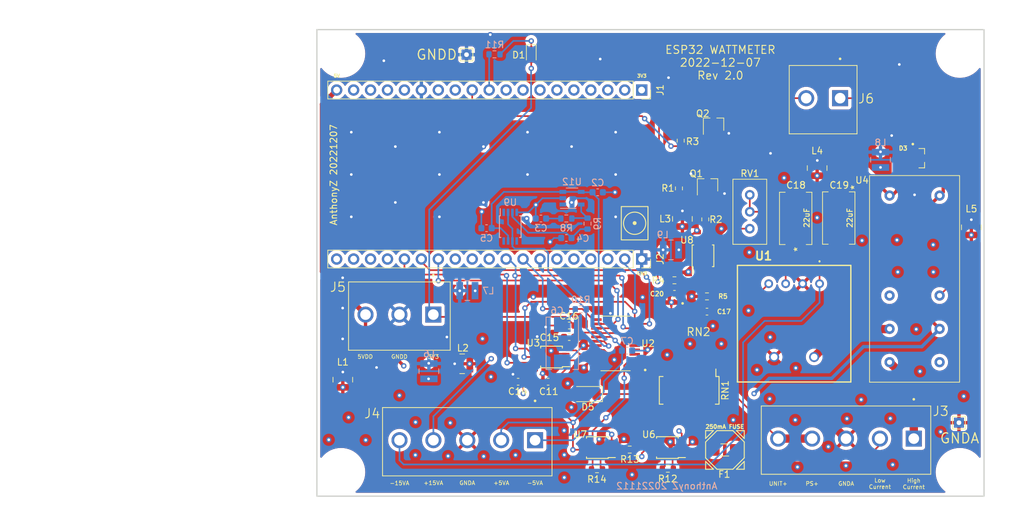
<source format=kicad_pcb>
(kicad_pcb (version 20211014) (generator pcbnew)
  (layers (0 "F.Cu" signal) (1 "In1.Cu" signal) (2 "In2.Cu" signal) (31 "B.Cu" signal) (34 "B.Paste" user) (35 "F.Paste" user) (36 "B.SilkS" user "B.Silkscreen") (37 "F.SilkS" user "F.Silkscreen") (38 "B.Mask" user) (39 "F.Mask" user) (44 "Edge.Cuts" user))
  (net 0 "")
  (net 1 "+5V")
  (net 2 "+15V")
  (net 3 "-15V")
  (net 4 "GNDA")
  (net 5 "/uC_3V3")
  (net 13 "Net-(C3-Pad2)")
  (net 14 "/CONVST*")
  (net 19 "/uC_SDI")
  (net 20 "/uC_SDO")
  (net 21 "/SCLK")
  (net 24 "/CS0")
  (net 25 "/CS1")
  (net 27 "/PS")
  (net 28 "Net-(Q1-Pad1)")
  (net 29 "Net-(D3-Pad2)")
  (net 30 "Net-(RN1-Pad2)")
  (net 31 "Net-(RN1-Pad4)")
  (net 32 "Net-(RN1-Pad6)")
  (net 33 "Net-(RN1-Pad8)")
  (net 34 "/PS_DIV")
  (net 35 "Net-(RN1-Pad13)")
  (net 36 "Net-(RN1-Pad15)")
  (net 37 "Net-(RN1-Pad17)")
  (net 38 "Net-(RN1-Pad19)")
  (net 39 "Net-(RN1-Pad21)")
  (net 40 "Net-(RN1-Pad23)")
  (net 41 "/C_SW_B")
  (net 42 "/HighCurr_Vout")
  (net 43 "Net-(C20-Pad2)")
  (net 44 "Net-(R2-Pad2)")
  (net 45 "Net-(R4-Pad2)")
  (net 46 "/LowCurr_Vout")
  (net 48 "/CONV_LIVE")
  (net 49 "+3V3")
  (net 50 "+5VA")
  (net 51 "/+4.096V")
  (net 53 "Net-(R12-Pad1)")
  (net 55 "-5VA")
  (net 56 "/C_SW_A")
  (net 60 "Net-(U1-Pad5)")
  (net 61 "/Unit_OH")
  (net 62 "/Unit_OL")
  (net 63 "Net-(C4-Pad2)")
  (net 64 "GNDD")
  (net 65 "/Sens_Vout")
  (net 66 "Net-(Q1-Pad3)")
  (net 67 "/PGAtoADC")
  (net 68 "/MUXtoPGA")
  (net 69 "Net-(R13-Pad1)")
  (net 72 "/CurrentIO_1")
  (net 83 "Net-(D1-Pad1)")
  (net 84 "/Debug_LED")
  (net 85 "Net-(F1-Pad1)")
  (net 86 "Net-(C6-Pad1)")
  (net 87 "Net-(R8-Pad2)")
  (footprint "Connector_PinSocket_2.54mm:PinSocket_1x19_P2.54mm_Vertical" (layer "F.Cu") (at 156.962 93.965 -90)
    (fp_text reference "J2")
    (fp_text value "Conn_01x19_Female")
  )
  (footprint "Capacitor_SMD:C_0603_1608Metric" (layer "F.Cu") (at 166.751 101.854)
    (fp_text reference "C17")
    (fp_text value "20uF")
  )
  (footprint "Resistor_SMD:R_0603_1608Metric" (layer "F.Cu") (at 155.1686 122.555)
    (fp_text reference "R13")
    (fp_text value "10k")
  )
  (footprint "Package_SO:TSSOP-8_3x3mm_P0.65mm" (layer "F.Cu") (at 166.154 93.4744 90)
    (fp_text reference "U8")
    (fp_text value "OP777")
  )
  (footprint "LED_SMD:LED_0603_1608Metric" (layer "F.Cu") (at 140.4112 63.2968 -90)
    (fp_text reference "D1")
    (fp_text value "LED")
  )
  (footprint "SDET32251E-150MS:SDET32251E-150MS" (layer "F.Cu") (at 112.1664 112.0648 90)
    (fp_text reference "L1")
    (fp_text value "15uH" hide)
  )
  (footprint "Capacitor_SMD:C_0603_1608Metric" (layer "F.Cu") (at 161.8742 99.187)
    (fp_text reference "C20")
    (fp_text value "1uF")
  )
  (footprint "293D226X9020D8T:293D226X9020D8T" (layer "F.Cu") (at 180.0478 87.861 90)
    (fp_text reference "C18")
    (fp_text value "22uF")
  )
  (footprint "MountingHole:MountingHole_3.2mm_M3" (layer "F.Cu") (at 111.8996 63.1468)
    (fp_text reference "H1" hide)
    (fp_text value "MountingHole")
  )
  (footprint "MountingHole:MountingHole_3.2mm_M3" (layer "F.Cu") (at 111.8996 125.9356)
    (fp_text reference "H2" hide)
    (fp_text value "MountingHole")
  )
  (footprint "TestPoint:TestPoint_THTPad_1.5x1.5mm_Drill0.7mm" (layer "F.Cu") (at 204.5208 118.5164)
    (fp_text reference "TP2" hide)
    (fp_text value "TestPoint")
  )
  (footprint "myCustomLib:J114FL2CS85VDC" (layer "F.Cu") (at 198.12 91.44 -90)
    (fp_text reference "U4")
    (fp_text value "J114FL2CS85VDC")
  )
  (footprint "Capacitor_SMD:C_0603_1608Metric" (layer "F.Cu") (at 142.9384 112.372)
    (fp_text reference "C11")
    (fp_text value "1uF")
  )
  (footprint "SDET32251E-150MS:SDET32251E-150MS" (layer "F.Cu") (at 206.375 89.2048 90)
    (fp_text reference "L5")
    (fp_text value "15uH" hide)
  )
  (footprint "SDET32251E-150MS:SDET32251E-150MS" (layer "F.Cu") (at 183.261 80.3148 90)
    (fp_text reference "L4")
    (fp_text value "15uH" hide)
  )
  (footprint "Potentiometer_THT:Potentiometer_Bourns_3296W_Vertical" (layer "F.Cu") (at 173.1644 84.3304 90)
    (fp_text reference "RV1")
    (fp_text value "R_Potentiometer")
  )
  (footprint "ADS8331IPW:SOP65P640X120-24N" (layer "F.Cu") (at 153.0482 106.6266 180)
    (fp_text reference "U2")
    (fp_text value "ADS8331IPW")
  )
  (footprint "Capacitor_SMD:C_0603_1608Metric" (layer "F.Cu") (at 146.1008 103.9368 180)
    (fp_text reference "C16")
    (fp_text value "0.01uF")
  )
  (footprint "SDET32251E-150MS:SDET32251E-150MS" (layer "F.Cu") (at 163.068 87.9348 90)
    (fp_text reference "L3")
    (fp_text value "15uH" hide)
  )
  (footprint "Package_TO_SOT_SMD:TSOT-23" (layer "F.Cu") (at 166.8144 82.8572 90)
    (fp_text reference "Q1")
    (fp_text value "PMBT3904.215")
  )
  (footprint "Resistor_SMD:R_0603_1608Metric" (layer "F.Cu") (at 162.5472 83.3652 90)
    (fp_text reference "R1")
    (fp_text value "1k")
  )
  (footprint "Diode_SMD:D_1206_3216Metric" (layer "F.Cu") (at 148.7932 114.2238 180)
    (fp_text reference "D5")
    (fp_text value "4.096V")
  )
  (footprint "L18P003D15:L18P003D15" (layer "F.Cu") (at 183.6254 97.6634)
    (fp_text reference "U1")
    (fp_text value "L18P003D15" hide)
  )
  (footprint "Connector_PinSocket_2.54mm:PinSocket_1x19_P2.54mm_Vertical" (layer "F.Cu") (at 156.962 68.605 -90)
    (fp_text reference "J1")
    (fp_text value "Conn_01x19_Female")
  )
  (footprint "Resistor_SMD:R_0603_1608Metric" (layer "F.Cu") (at 160.8836 125.4252)
    (fp_text reference "R12")
    (fp_text value "39.2")
  )
  (footprint "TB007-508-03BE:TB007-508-03BE" (layer "F.Cu") (at 125.73 102.2971 180)
    (fp_text reference "J5")
    (fp_text value "Screw_Terminal_01x03")
  )
  (footprint "Package_SO:SSOP-24_3.9x8.7mm_P0.635mm" (layer "F.Cu") (at 164.084 113.665 -90)
    (fp_text reference "RN1")
    (fp_text value "R_Pack12")
  )
  (footprint "TB007-508-05BE:CUI_TB007-508-05BE" (layer "F.Cu") (at 140.9826 121.1439 180)
    (fp_text reference "J4")
    (fp_text value "Screw_Terminal_01x05")
  )
  (footprint "Resistor_SMD:R_0603_1608Metric" (layer "F.Cu") (at 150.2664 125.5014)
    (fp_text reference "R14")
    (fp_text value "10k")
  )
  (footprint "Package_TO_SOT_SMD:TSOT-23" (layer "F.Cu") (at 167.7162 73.7616 90)
    (fp_text reference "Q2")
    (fp_text value "PMBT3904.215")
  )
  (footprint "Capacitor_SMD:C_0603_1608Metric" (layer "F.Cu") (at 138.4426 112.372 180)
    (fp_text reference "C14")
    (fp_text value "0.01uF")
  )
  (footprint "TB007-508-05BE:CUI_TB007-508-05BE" (layer "F.Cu") (at 197.7516 120.9064 180)
    (fp_text reference "J3")
    (fp_text value "Screw_Terminal_01x05")
  )
  (footprint "Fuse:Fuse_1206_3216Metric" (layer "F.Cu") (at 169.418 122.6058)
    (fp_text reference "F1")
    (fp_text value "250mA")
  )
  (footprint "293D226X9020D8T:293D226X9020D8T" (layer "F.Cu") (at 186.4994 87.8102 -90)
    (fp_text reference "C19")
    (fp_text value "22uF")
  )
  (footprint "MountingHole:MountingHole_3.2mm_M3" (layer "F.Cu") (at 204.6604 125.9356)
    (fp_text reference "H3" hide)
    (fp_text value "MountingHole")
  )
  (footprint "Package_SO:TSSOP-8_3x3mm_P0.65mm" (layer "F.Cu") (at 160.8196 122.2484 180)
    (fp_text reference "U6")
    (fp_text value "OP777")
  )
  (footprint "Resistor_SMD:R_0603_1608Metric" (layer "F.Cu") (at 166.751 99.568)
    (fp_text reference "R5")
    (fp_text value "15k")
  )
  (footprint "Resistor_SMD:R_0603_1608Metric" (layer "F.Cu") (at 166.497 88.011 -90)
    (fp_text reference "R2")
    (fp_text value "1k")
  )
  (footprint "Capacitor_SMD:C_0603_1608Metric" (layer "F.Cu") (at 146.1008 105.664 180)
    (fp_text reference "C15")
    (fp_text value "C_Small")
  )
  (footprint "Package_SO:TSSOP-8_3x3mm_P0.65mm" (layer "F.Cu") (at 150.3172 122.2502 180)
    (fp_text reference "U7")
    (fp_text value "OP777")
  )
  (footprint "BAT750-7-F:SOT91P240X102-3N" (layer "F.Cu") (at 198.722 78.8336 -90)
    (fp_text reference "D3")
    (fp_text value "D_Schottky")
  )
  (footprint "TestPoint:TestPoint_THTPad_1.5x1.5mm_Drill0.7mm" (layer "F.Cu") (at 130.7084 63.2968)
    (fp_text reference "TP1" hide)
    (fp_text value "TestPoint")
  )
  (footprint "ACASA1002S1002P1AT:ACASA1002S1002P1AT" (layer "F.Cu") (at 161.798 102.616 -90)
    (fp_text reference "RN2")
    (fp_text value "R_Pack04")
  )
  (footprint "Resistor_SMD:R_0603_1608Metric" (layer "F.Cu") (at 162.814 76.2 90)
    (fp_text reference "R3")
    (fp_text value "1k")
  )
  (footprint "TB007-508-02BE:CUI_TB007-508-02BE" (layer "F.Cu") (at 186.7026 69.827 180)
    (fp_text reference "J6")
    (fp_text value "TB007-508-02BE")
  )
  (footprint "Package_SO:TSSOP-10_3x3mm_P0.5mm" (layer "F.Cu") (at 143.4464 108.6636 180)
    (fp_text reference "U3")
    (fp_text value "PGA113")
  )
  (footprint "MountingHole:MountingHole_3.2mm_M3" (layer "F.Cu") (at 204.6604 63.1468)
    (fp_text reference "H4" hide)
    (fp_text value "MountingHole")
  )
  (footprint "SDET32251E-150MS:SDET32251E-150MS" (layer "F.Cu") (at 130.05435 109.6772 180)
    (fp_text reference "L2")
    (fp_text value "15uH" hide)
  )
  (footprint "Resistor_SMD:R_0603_1608Metric" (layer "F.Cu") (at 161.8742 97.155)
    (fp_text reference "R4")
    (fp_text value "5k")
  )
  (footprint "SDET32251E-150MS:SDET32251E-150MS" (layer "B.Cu") (at 192.7606 79.0702 90)
    (fp_text reference "L8")
    (fp_text value "15uH" hide)
  )
  (footprint "Resistor_SMD:R_0603_1608Metric" (layer "B.Cu") (at 145.669 87.884)
    (fp_text reference "R8")
    (fp_text value "0.220")
  )
  (footprint "SDET32251E-150MS:SDET32251E-150MS" (layer "B.Cu") (at 161.3408 92.583 180)
    (fp_text reference "L9")
    (fp_text value "15uH" hide)
  )
  (footprint "Capacitor_SMD:C_0603_1608Metric" (layer "B.Cu") (at 154.7684 107.701 180)
    (fp_text reference "C7")
    (fp_text value "1uF")
  )
  (footprint "Resistor_SMD:R_0603_1608Metric" (layer "B.Cu") (at 147.828 101.4984 180)
    (fp_text reference "R10")
    (fp_text value "0.220")
  )
  (footprint "Resistor_SMD:R_0603_1608Metric" (layer "B.Cu") (at 148.844 88.646 90)
    (fp_text reference "R9")
    (fp_text value "1k")
  )
  (footprint "SDET32251E-150MS:SDET32251E-150MS" (layer "B.Cu") (at 125.0696 110.78845 90)
    (fp_text reference "L6")
    (fp_text value "15uH" hide)
  )
  (footprint "Capacitor_SMD:C_0603_1608Metric" (layer "B.Cu") (at 145.669 90.805)
    (fp_text reference "C4")
    (fp_text value "1uF")
  )
  (footprint "REF2041AIDDCT:REF2041AIDDCT" (layer "B.Cu") (at 146.5198 84.836)
    (fp_text reference "U12")
    (fp_text value "REF2041AIDDCT" hide)
  )
  (footprint "Resistor_SMD:R_0603_1608Metric" (layer "B.Cu") (at 134.8994 63.246 180)
    (fp_text reference "R11")
    (fp_text value "200")
  )
  (footprint "Capacitor_SMD:C_0603_1608Metric" (layer "B.Cu") (at 150.368 83.947 180)
    (fp_text reference "C2")
    (fp_text value "1uF")
  )
  (footprint "Capacitor_SMD:C_0603_1608Metric" (layer "B.Cu") (at 141.859 87.884)
    (fp_text reference "C3")
    (fp_text value "10uF")
  )
  (footprint "SDET32251E-150MS:SDET32251E-150MS" (layer "B.Cu") (at 130.8354 98.7044 180)
    (fp_text reference "L7")
    (fp_text value "15uH" hide)
  )
  (footprint "293D226X9020D8T:293D226X9020D8T" (layer "B.Cu") (at 145.0594 106.6038 -90)
    (fp_text reference "C6")
    (fp_text value "22uF" hide)
  )
  (footprint "Capacitor_SMD:C_0603_1608Metric" (layer "B.Cu") (at 133.7056 89.3318)
    (fp_text reference "C5")
    (fp_text value "1uF")
  )
  (footprint "Package_SO:TSSOP-8_3x3mm_P0.65mm" (layer "B.Cu") (at 137.2616 89.1032 -90)
    (fp_text reference "U9")
    (fp_text value "OP777")
  )
  (gr_line (start 171.1706 119.7102) (end 172.339 120.8786) (layer "F.SilkS") (width 0.15))
  (gr_line (start 172.339 124.333) (end 171.1706 125.5014) (layer "F.SilkS") (width 0.15))
  (gr_line (start 172.339 121.412) (end 172.339 123.7996) (layer "F.SilkS") (width 0.15))
  (gr_line (start 166.5478 121.412) (end 166.5478 123.7996) (layer "F.SilkS") (width 0.15))
  (gr_circle (center 155.9084 88.571) (end 156.124733 88.571) (layer "F.SilkS") (width 0.15) (fill solid))
  (gr_rect (start 153.9084 86.091) (end 157.9084 91.091) (layer "F.SilkS") (width 0.15) (fill none))
  (gr_line (start 170.6372 119.7102) (end 172.339 121.412) (layer "F.SilkS") (width 0.15))
  (gr_line (start 172.339 125.5014) (end 172.339 124.333) (layer "F.SilkS") (width 0.15))
  (gr_line (start 166.5478 121.412) (end 168.2496 119.7102) (layer "F.SilkS") (width 0.15))
  (gr_line (start 172.339 120.8786) (end 172.339 119.7102) (layer "F.SilkS") (width 0.15))
  (gr_line (start 168.2496 119.7102) (end 170.6372 119.7102) (layer "F.SilkS") (width 0.15))
  (gr_line (start 171.1706 125.5014) (end 172.339 125.5014) (layer "F.SilkS") (width 0.15))
  (gr_line (start 166.5478 124.333) (end 166.5478 125.5014) (layer "F.SilkS") (width 0.15))
  (gr_line (start 172.339 119.7102) (end 171.1706 119.7102) (layer "F.SilkS") (width 0.15))
  (gr_line (start 166.5478 125.5014) (end 167.7162 125.5014) (layer "F.SilkS") (width 0.15))
  (gr_line (start 166.5478 120.8786) (end 167.7162 119.7102) (layer "F.SilkS") (width 0.15))
  (gr_line (start 166.5478 119.7102) (end 166.5478 120.8786) (layer "F.SilkS") (width 0.15))
  (gr_line (start 168.2496 125.5014) (end 166.5478 123.7996) (layer "F.SilkS") (width 0.15))
  (gr_line (start 170.6372 125.5014) (end 168.2496 125.5014) (layer "F.SilkS") (width 0.15))
  (gr_line (start 172.339 123.7996) (end 170.6372 125.5014) (layer "F.SilkS") (width 0.15))
  (gr_circle (center 155.9084 88.591) (end 156.8484 89.971) (layer "F.SilkS") (width 0.15) (fill none))
  (gr_line (start 167.7162 119.7102) (end 166.5478 119.7102) (layer "F.SilkS") (width 0.15))
  (gr_line (start 167.7162 125.5014) (end 166.5478 124.333) (layer "F.SilkS") (width 0.15))
  (gr_rect (start 108.28 59.54) (end 208.28 129.54) (layer "Edge.Cuts") (width 0.2) (fill none))
  (gr_text "AnthonyZ 20221112" (at 160.7312 128.016) (layer "B.SilkS") (effects (font (size 1 1)) (justify mirror)))
  (gr_text "Low\nCurrent" (at 192.6716 127.6628) (layer "F.SilkS") (effects (font (size 0.6 0.6) (thickness 0.1))))
  (gr_text "PS+" (at 182.5116 127.6628) (layer "F.SilkS") (effects (font (size 0.6 0.6) (thickness 0.1))))
  (gr_text "GNDD" (at 126.238 63.2968) (layer "F.SilkS") (effects (font (size 1.5 1.5) (thickness 0.1778))))
  (gr_text "ESP32 WATTMETER\n2022-12-07\nRev 2.0" (at 168.7576 64.4906) (layer "F.SilkS") (effects (font (size 1.2 1.2))))
  (gr_text "3V3" (at 125.73 108.6104) (layer "F.SilkS") (effects (font (size 0.6 0.6) (thickness 0.1))))
  (gr_text "High\nCurrent" (at 197.7516 127.6882) (layer "F.SilkS") (effects (font (size 0.6 0.6) (thickness 0.1))))
  (gr_text "+5VA" (at 135.928 127.5612) (layer "F.SilkS") (effects (font (size 0.6 0.6) (thickness 0.1))))
  (gr_text "5V" (at 111.2584 66.481) (layer "F.SilkS") (effects (font (size 0.5 0.5) (thickness 0.125))))
  (gr_text "UNIT+" (at 177.4316 127.6628) (layer "F.SilkS") (effects (font (size 0.6 0.6) (thickness 0.1))))
  (gr_text "250mA FUSE" (at 169.4284 119.121) (layer "F.SilkS") (effects (font (size 0.6 0.6))))
  (gr_text "5VDD" (at 115.5192 108.6104) (layer "F.SilkS") (effects (font (size 0.6 0.6) (thickness 0.1))))
  (gr_text "-5VA" (at 140.9826 127.5612) (layer "F.SilkS") (effects (font (size 0.6 0.6) (thickness 0.1))))
  (gr_text "3V3" (at 156.9884 66.481) (layer "F.SilkS") (effects (font (size 0.5 0.5) (thickness 0.125))))
  (gr_text "GNDA" (at 204.6224 120.8532) (layer "F.SilkS") (effects (font (size 1.5 1.5) (thickness 0.1778))))
  (gr_text "AnthonyZ 20221207" (at 110.7948 81.3308 90) (layer "F.SilkS") (effects (font (size 1 1))))
  (gr_text "GNDA" (at 187.617 127.6628) (layer "F.SilkS") (effects (font (size 0.6 0.6) (thickness 0.1))))
  (gr_text "-15VA" (at 120.6626 127.5866) (layer "F.SilkS") (effects (font (size 0.6 0.6) (thickness 0.1))))
  (gr_text "GNDA" (at 130.8226 127.5612) (layer "F.SilkS") (effects (font (size 0.6 0.6) (thickness 0.1))))
  (gr_text "GND" (at 157.0084 96.131) (layer "F.SilkS") (effects (font (size 0.5 0.5) (thickness 0.125))))
  (gr_text "+15VA" (at 125.7426 127.5612) (layer "F.SilkS") (effects (font (size 0.6 0.6) (thickness 0.1))))
  (gr_text "GNDD" (at 120.65 108.6104) (layer "F.SilkS") (effects (font (size 0.6 0.6) (thickness 0.1))))
  (segment (start 139.596 112.372) (end 141.2964 110.6716) (width 0.25) (layer "F.Cu") (net 1))
  (segment (start 201.62 104.44) (end 198.124 100.944) (width 0.5) (layer "F.Cu") (net 1))
  (segment (start 115.57 104.267) (end 121.2977 109.9947) (width 0.5) (layer "F.Cu") (net 1))
  (segment (start 198.124 100.944) (end 198.124 87.936) (width 0.5) (layer "F.Cu") (net 1))
  (segment (start 115.57 102.2971) (end 115.57 104.267) (width 0.5) (layer "F.Cu") (net 1))
  (segment (start 109.093 70.754) (end 111.242 68.605) (width 0.75) (layer "F.Cu") (net 1))
  (segment (start 109.093 95.8201) (end 109.093 70.754) (width 0.75) (layer "F.Cu") (net 1))
  (segment (start 200.4234 78.8336) (end 199.792 78.8336) (width 0.5) (layer "F.Cu") (net 1))
  (segment (start 202.162 83.898) (end 202.162 80.5722) (width 0.5) (layer "F.Cu") (net 1))
  (segment (start 141.2964 110.6716) (end 141.2964 109.6636) (width 0.25) (layer "F.Cu") (net 1))
  (segment (start 139.2176 114.1474) (end 139.215 114.15) (width 0.25) (layer "F.Cu") (net 1))
  (segment (start 115.57 102.2971) (end 109.093 95.8201) (width 0.75) (layer "F.Cu") (net 1))
  (segment (start 202.162 80.5722) (end 200.4234 78.8336) (width 0.5) (layer "F.Cu") (net 1))
  (segment (start 201.62 84.44) (end 202.162 83.898) (width 0.5) (layer "F.Cu") (net 1))
  (segment (start 139.2176 112.372) (end 139.2176 114.1474) (width 0.25) (layer "F.Cu") (net 1))
  (segment (start 198.124 87.936) (end 201.62 84.44) (width 0.5) (layer "F.Cu") (net 1))
  (segment (start 139.2176 112.372) (end 139.596 112.372) (width 0.25) (layer "F.Cu") (net 1))
  (via (at 121.2977 109.9947) (size 0.8) (drill 0.4) (layers "F.Cu" "B.Cu") (net 1))
  (via (at 173.8098 114.15) (size 0.8) (drill 0.4) (layers "F.Cu" "B.Cu") (net 1))
  (via (at 139.215 114.15) (size 0.8) (drill 0.4) (layers "F.Cu" "B.Cu") (net 1))
  (segment (start 198.9482 107.1118) (end 190.1952 107.1118) (width 0.5) (layer "B.Cu") (net 1))
  (segment (start 185.4454 111.8616) (end 176.0982 111.8616) (width 0.5) (layer "B.Cu") (net 1))
  (segment (start 176.0982 111.8616) (end 173.8098 114.15) (width 0.5) (layer "B.Cu") (net 1))
  (segment (start 201.62 104.44) (end 198.9482 107.1118) (width 0.5) (layer "B.Cu") (net 1))
  (segment (start 190.1952 107.1118) (end 185.4454 111.8616) (width 0.5) (layer "B.Cu") (net 1))
  (segment (start 180.0478 92.6212) (end 180.0478 90.6804) (width 0.25) (layer "F.Cu") (net 2))
  (segment (start 178.5454 97.6634) (end 178.5454 94.1236) (width 0.25) (layer "F.Cu") (net 2))
  (segment (start 163.2204 95.0468) (end 160.4264 95.0468) (width 0.25) (layer "F.Cu") (net 2))
  (segment (start 165.829 91.3244) (end 165.829 92.4382) (width 0.25) (layer "F.Cu") (net 2))
  (segment (start 173.1644 86.8704) (end 173.1644 84.3304) (width 0.25) (layer "F.Cu") (net 2))
  (segment (start 180.0478 90.6804) (end 178.539 90.6804) (width 0.25) (layer "F.Cu") (net 2))
  (segment (start 178.5454 94.1236) (end 180.0478 92.6212) (width 0.25) (layer "F.Cu") (net 2))
  (segment (start 178.539 90.6804) (end 174.729 86.8704) (width 0.25) (layer "F.Cu") (net 2))
  (segment (start 159.362 96.1112) (end 159.362 97.3558) (width 0.25) (layer "F.Cu") (net 2))
  (segment (start 165.829 92.4382) (end 163.2204 95.0468) (width 0.25) (layer "F.Cu") (net 2))
  (segment (start 160.4264 95.0468) (end 159.362 96.1112) (width 0.25) (layer "F.Cu") (net 2))
  (segment (start 174.729 86.8704) (end 173.1644 86.8704) (width 0.25) (layer "F.Cu") (net 2))
  (via (at 159.362 97.3558) (size 0.8) (drill 0.4) (layers "F.Cu" "B.Cu") (net 2))
  (via (at 134.4168 108.9152) (size 0.8) (drill 0.4) (layers "F.Cu" "B.Cu") (net 2))
  (segment (start 125.7426 121.1439) (end 125.7426 117.564) (width 0.25) (layer "B.Cu") (net 2))
  (segment (start 125.7426 117.564) (end 134.404 108.9026) (width 0.25) (layer "B.Cu") (net 2))
  (segment (start 186.4994 92.3672) (end 186.4994 90.6296) (width 0.25) (layer "F.Cu") (net 3))
  (segment (start 183.6254 95.2412) (end 186.4994 92.3672) (width 0.25) (layer "F.Cu") (net 3))
  (segment (start 183.6254 97.6634) (end 183.6254 95.2412) (width 0.25) (layer "F.Cu") (net 3))
  (segment (start 180.8734 103.251) (end 183.6254 100.499) (width 0.25) (layer "B.Cu") (net 3))
  (segment (start 175.387 103.251) (end 180.8734 103.251) (width 0.25) (layer "B.Cu") (net 3))
  (segment (start 172.1612 106.4768) (end 175.387 103.251) (width 0.25) (layer "B.Cu") (net 3))
  (segment (start 120.6626 124.1678) (end 121.285 124.7902) (width 0.25) (layer "B.Cu") (net 3))
  (segment (start 120.6626 121.1439) (end 120.6626 124.1678) (width 0.25) (layer "B.Cu") (net 3))
  (segment (start 167.1574 124.7902) (end 172.1612 119.7864) (width 0.25) (layer "B.Cu") (net 3))
  (segment (start 183.6254 100.499) (end 183.6254 97.6634) (width 0.25) (layer "B.Cu") (net 3))
  (segment (start 121.285 124.7902) (end 167.1574 124.7902) (width 0.25) (layer "B.Cu") (net 3))
  (segment (start 172.1612 119.7864) (end 172.1612 106.4768) (width 0.25) (layer "B.Cu") (net 3))
  (segment (start 151.3252 107.6016) (end 150.1782 107.6016) (width 0.25) (layer "F.Cu") (net 4))
  (segment (start 151.892 108.1684) (end 151.3252 107.6016) (width 0.25) (layer "F.Cu") (net 4))
  (segment (start 150.1782 109.5516) (end 151.3572 109.5516) (width 0.25) (layer "F.Cu") (net 4))
  (segment (start 151.5294 121.9252) (end 152.4672 121.9252) (width 0.25) (layer "F.Cu") (net 4))
  (segment (start 164.0552 121.898) (end 161.7506 121.898) (width 0.25) (layer "F.Cu") (net 4))
  (segment (start 153.3224 121.9252) (end 152.4672 121.9252) (width 0.25) (layer "F.Cu") (net 4))
  (segment (start 160.5915 111.065) (end 160.5915 108.5215) (width 0.25) (layer "F.Cu") (net 4))
  (segment (start 148.995 109.5516) (end 148.2852 110.2614) (width 0.25) (layer "F.Cu") (net 4))
  (segment (start 143.8252 108.1636) (end 145.5964 108.1636) (width 0.25) (layer "F.Cu") (net 4))
  (segment (start 161.7506 121.898) (end 161.2392 121.3866) (width 0.25) (layer "F.Cu") (net 4))
  (segment (start 148.252 106.9516) (end 150.1782 106.9516) (width 0.25) (layer "F.Cu") (net 4))
  (segment (start 151.3572 109.5516) (end 151.892 109.0168) (width 0.25) (layer "F.Cu") (net 4))
  (segment (start 161.417 101.812) (end 161.398 101.831) (width 0.25) (layer "F.Cu") (net 4))
  (segment (start 160.5915 108.5215) (end 160.782 108.331) (width 0.25) (layer "F.Cu") (net 4))
  (segment (start 154.2928 120.9548) (end 153.3224 121.9252) (width 0.25) (layer "F.Cu") (net 4))
  (segment (start 148.2344 106.934) (end 148.252 106.9516) (width 0.25) (layer "F.Cu") (net 4))
  (segment (start 143.383 107.7214) (end 143.8252 108.1636) (width 0.25) (layer "F.Cu") (net 4))
  (segment (start 150.1782 109.5516) (end 148.995 109.5516) (width 0.25) (layer "F.Cu") (net 4))
  (segment (start 161.417 100.457) (end 161.417 101.812) (width 0.25) (layer "F.Cu") (net 4))
  (segment (start 176.8154 110.1302) (end 176.8154 108.6634) (width 1.25) (layer "F.Cu") (net 4))
  (segment (start 150.5844 120.9802) (end 151.5294 121.9252) (width 0.25) (layer "F.Cu") (net 4))
  (segment (start 151.892 109.0168) (end 151.892 108.1684) (width 0.25) (layer "F.Cu") (net 4))
  (segment (start 164.5666 121.3866) (end 164.0552 121.898) (width 0.25) (layer "F.Cu") (net 4))
  (segment (start 187.5916 120.9064) (end 176.8154 110.1302) (width 1.25) (layer "F.Cu") (net 4))
  (via (at 141.097 85.8266) (size 0.8) (drill 0.4) (layers "F.Cu" "B.Cu") (net 4))
  (via (at 167.64 104.013) (size 0.8) (drill 0.4) (layers "F.Cu" "B.Cu") (net 4))
  (via (at 195.3514 95.9104) (size 0.8) (drill 0.4) (layers "F.Cu" "B.Cu") (net 4))
  (via (at 148.2344 106.934) (size 0.8) (drill 0.4) (layers "F.Cu" "B.Cu") (net 4))
  (via (at 178.308 81.788) (size 0.8) (drill 0.4) (layers "F.Cu" "B.Cu") (net 4))
  (via (at 120.65 114.427) (size 0.8) (drill 0.4) (layers "F.Cu" "B.Cu") (net 4))
  (via (at 134.366 111.633) (size 0.8) (drill 0.4) (layers "F.Cu" "B.Cu") (net 4))
  (via (at 183.261 81.4578) (size 0.8) (drill 0.4) (layers "F.Cu" "B.Cu") (net 4))
  (via (at 164.211 106.68) (size 0.8) (drill 0.4) (layers "F.Cu" "B.Cu") (net 4))
  (via (at 163.957 95.885) (size 0.8) (drill 0.4) (layers "F.Cu" "B.Cu") (net 4))
  (via (at 138.049 123.3678) (size 0.8) (drill 0.4) (layers "F.Cu" "B.Cu") (net 4))
  (via (at 192.7606 80.2132) (size 0.8) (drill 0.4) (layers "F.Cu" "B.Cu") (net 4))
  (via (at 146.431 116.205) (size 0.8) (drill 0.4) (layers "F.Cu" "B.Cu") (net 4))
  (via (at 165.227 89.662) (size 0.8) (drill 0.4) (layers "F.Cu" "B.Cu") (net 4))
  (via (at 145.3388 119.6848) (size 0.8) (drill 0.4) (layers "F.Cu" "B.Cu") (net 4))
  (via (at 205.232 114.554) (size 0.8) (drill 0.4) (layers "F.Cu" "B.Cu") (net 4))
  (via (at 155.5242 126.3142) (size 0.8) (drill 0.4) (layers "F.Cu" "B.Cu") (net 4))
  (via (at 183.261 87.757) (size 0.8) (drill 0.4) (layers "F.Cu" "B.Cu") (net 4))
  (via (at 154.2928 120.9548) (size 0.8) (drill 0.4) (layers "F.Cu" "B.Cu") (net 4))
  (via (at 198.12 104.4956) (size 0.8) (drill 0.4) (layers "F.Cu" "B.Cu") (net 4))
  (via (at 133.2738 123.571) (size 0.8) (drill 0.4) (layers "F.Cu" "B.Cu") (net 4))
  (via (at 168.91 89.408) (size 0.8) (drill 0.4) (layers "F.Cu" "B.Cu") (net 4))
  (via (at 176.149 114.935) (size 0.8) (drill 0.4) (layers "F.Cu" "B.Cu") (net 4))
  (via (at 152.8572 109.0676) (size 0.8) (drill 0.4) (layers "F.Cu" "B.Cu") (net 4))
  (via (at 145.3642 126.746) (size 0.8) (drill 0.4) (layers "F.Cu" "B.Cu") (net 4))
  (via (at 187.7314 117.9068) (size 0.8) (drill 0.4) (layers "F.Cu" "B.Cu") (net 4))
  (via (at 194.5894 124.8156) (size 0.8) (drill 0.4) (layers "F.Cu" "B.Cu") (net 4))
  (via (at 164.5666 121.3866) (size 0.8) (drill 0.4) (layers "F.Cu" "B.Cu") (net 4))
  (via (at 160.782 108.331) (size 0.8) (drill 0.4) (layers "F.Cu" "B.Cu") (net 4))
  (via (at 184.9374 122.1232) (size 0.8) (drill 0.4) (layers "F.Cu" "B.Cu") (net 4))
  (via (at 145.3642 123.3424) (size 0.8) (drill 0.4) (layers "F.Cu" "B.Cu") (net 4))
  (via (at 187.579 124.968) (size 0.8) (drill 0.4) (layers "F.Cu" "B.Cu") (net 4))
  (via (at 164.465 99.568) (size 0.8) (drill 0.4) (layers "F.Cu" "B.Cu") (net 4))
  (via (at 161.2392 121.3866) (size 0.8) (drill 0.4) (layers "F.Cu" "B.Cu") (net 4))
  (via (at 173.101 92.964) (size 0.8) (drill 0.4) (layers "F.Cu" "B.Cu") (net 4))
  (via (at 115.5954 121.1326) (size 0.8) (drill 0.4) (layers "F.Cu" "B.Cu") (net 4))
  (via (at 179.9844 118.11) (size 0.8) (drill 0.4) (layers "F.Cu" "B.Cu") (net 4))
  (via (at 140.716 99.6442) (size 0.8) (drill 0.4) (layers "F.Cu" "B.Cu") (net 4))
  (via (at 172.974 101.7016) (size 0.8) (drill 0.4) (layers "F.Cu" "B.Cu") (net 4))
  (via (at 176.2252 105.6894) (size 0.8) (drill 0.4) (layers "F.Cu" "B.Cu") (net 4))
  (via (at 123.0376 123.3678) (size 0.8) (drill 0.4) (layers "F.Cu" "B.Cu") (net 4))
  (via (at 145.8722 112.6236) (size 0.8) (drill 0.4) (layers "F.Cu" "B.Cu") (net 4))
  (via (at 200.6854 95.9104) (size 0.8) (drill 0.4) (layers "F.Cu" "B.Cu") (net 4))
  (via (at 195.2244 91.1098) (size 0.8) (drill 0.4) (layers "F.Cu" "B.Cu") (net 4))
  (via (at 112.1664 113.2078) (size 0.8) (drill 0.4) (layers "F.Cu" "B.Cu") (net 4))
  (via (at 152.9588 83.947) (size 0.8) (drill 0.4) (layers "F.Cu" "B.Cu") (net 4))
  (via (at 170.688 118.11) (size 0.8) (drill 0.4) (layers "F.Cu" "B.Cu") (net 4))
  (via (at 143.383 107.7214) (size 0.8) (drill 0.4) (layers "F.Cu" "B.Cu") (net 4))
  (via (at 162.5346 92.583) (size 0.8) (drill 0.4) (layers "F.Cu" "B.Cu") (net 4))
  (via (at 142.113 111.125) (size 0.8) (drill 0.4) (layers "F.Cu" "B.Cu") (net 4))
  (via (at 127.9398 123.5202) (size 0.8) (drill 0.4) (layers "F.Cu" "B.Cu") (net 4))
  (via (at 200.66 91.821) (size 0.8) (drill 0.4) (layers "F.Cu" "B.Cu") (net 4))
  (via (at 174.244 110.5916) (size 0.8) (drill 0.4) (layers "F.Cu" "B.Cu") (net 4))
  (via (at 150.5844 120.9802) (size 0.8) (drill 0.4) (layers "F.Cu" "B.Cu") (net 4))
  (via (at 113.03 117.729) (size 0.8) (drill 0.4) (layers "F.Cu" "B.Cu") (net 4))
  (via (at 132.9944 86.868) (size 0.8) (drill 0.4) (layers "F.Cu" "B.Cu") (net 4))
  (via (at 133.096 105.918) (size 0.8) (drill 0.4) (layers "F.Cu" "B.Cu") (net 4))
  (via (at 161.417 100.457) (size 0.8) (drill 0.4) (layers "F.Cu" "B.Cu") (net 4))
  (via (at 143.2306 91.3892) (size 0.8) (drill 0.4) (layers "F.Cu" "B.Cu") (net 4))
  (via (at 125.0188 111.9378) (size 0.8) (drill 0.4) (layers "F.Cu" "B.Cu") (net 4))
  (via (at 163.0426 89.0778) (size 0.8) (drill 0.4) (layers "F.Cu" "B.Cu") (net 4))
  (via (at 201.7776 119.888) (size 0.8) (drill 0.4) (layers "F.Cu" "B.Cu") (net 4))
  (via (at 131.1656 109.6772) (size 0.8) (drill 0.4) (layers "F.Cu" "B.Cu") (net 4))
  (via (at 180.0606 110.3122) (size 0.8) (drill 0.4) (layers "F.Cu" "B.Cu") (net 4))
  (via (at 157.861 107.569) (size 0.8) (drill 0.4) (layers "F.Cu" "B.Cu") (net 4))
  (via (at 123.063 118.4402) (size 0.8) (drill 0.4) (layers "F.Cu" "B.Cu") (net 4))
  (via (at 194.2338 117.8814) (size 0.8) (drill 0.4) (layers "F.Cu" "B.Cu") (net 4))
  (via (at 157.099 99.695) (size 0.8) (drill 0.4) (layers "F.Cu" "B.Cu") (net 4))
  (via (at 206.375 90.3478) (size 0.8) (drill 0.4) (layers "F.Cu" "B.Cu") (net 4))
  (via (at 132.0038 98.7298) (size 0.8) (drill 0.4) (layers "F.Cu" "B.Cu") (net 4))
  (via (at 148.2852 110.2614) (size 0.8) (drill 0.4) (layers "F.Cu" "B.Cu") (net 4))
  (via (at 110.0582 121.0818) (size 0.8) (drill 0.4) (layers "F.Cu" "B.Cu") (net 4))
  (via (at 180.3146 125.1712) (size 0.8) (drill 0.4) (layers "F.Cu" "B.Cu") (net 4))
  (via (at 189.865 115.062) (size 0.8) (drill 0.4) (layers "F.Cu" "B.Cu") (net 4))
  (via (at 189.992 91.186) (size 0.8) (drill 0.4) (layers "F.Cu" "B.Cu") (net 4))
  (via (at 168.91 106.68) (size 0.8) (drill 0.4) (layers "F.Cu" "B.Cu") (net 4))
  (via (at 198.6788 110.8202) (size 0.8) (drill 0.4) (layers "F.Cu" "B.Cu") (net 4))
  (via (at 128.27 118.5418) (size 0.8) (drill 0.4) (layers "F.Cu" "B.Cu") (net 4))
  (segment (start 138.2366 86.9532) (end 139.9704 86.9532) (width 0.25) (layer "B.Cu") (net 4))
  (segment (start 151.143 83.947) (end 152.9588 83.947) (width 0.25) (layer "B.Cu") (net 4))
  (segment (start 145.7452 109.4232) (end 145.0594 109.4232) (width 0.25) (layer "B.Cu") (net 4))
  (segment (start 142.0876 84.836) (end 141.097 85.8266) (width 0.25) (layer "B.Cu") (net 4))
  (segment (start 141.084 85.8396) (end 141.097 85.8266) (width 0.25) (layer "B.Cu") (net 4))
  (segment (start 141.084 87.884) (end 141.084 85.8396) (width 0.25) (layer "B.Cu") (net 4))
  (segment (start 143.8148 90.805) (end 143.2306 91.3892) (width 0.25) (layer "B.Cu") (net 4))
  (segment (start 132.9306 86.9318) (end 132.9944 86.868) (width 0.25) (layer "B.Cu") (net 4))
  (segment (start 155.5434 107.701) (end 157.729 107.701) (width 0.25) (layer "B.Cu") (net 4))
  (segment (start 148.2344 106.934) (end 145.7452 109.4232) (width 0.25) (layer "B.Cu") (net 4))
  (segment (start 144.894 90.805) (end 143.8148 90.805) (width 0.25) (layer "B.Cu") (net 4))
  (segment (start 132.9306 89.3318) (end 132.9306 86.9318) (width 0.25) (layer "B.Cu") (net 4))
  (segment (start 145.144799 84.836) (end 142.0876 84.836) (width 0.25) (layer "B.Cu") (net 4))
  (segment (start 157.729 107.701) (end 157.861 107.569) (width 0.25) (layer "B.Cu") (net 4))
  (segment (start 139.9704 86.9532) (end 141.097 85.8266) (width 0.25) (layer "B.Cu") (net 4))
  (segment (start 144.844 87.884) (end 142.634 87.884) (width 0.25) (layer "B.Cu") (net 13))
  (segment (start 126.5174 97.1804) (end 151.736078 97.1804) (width 0.25) (layer "F.Cu") (net 14))
  (segment (start 153.416 102.997) (end 152.0614 104.3516) (width 0.25) (layer "F.Cu") (net 14))
  (segment (start 151.736078 97.1804) (end 153.260078 98.7044) (width 0.25) (layer "F.Cu") (net 14))
  (segment (start 152.0614 104.3516) (end 150.1782 104.3516) (width 0.25) (layer "F.Cu") (net 14))
  (segment (start 126.492 97.2058) (end 126.5174 97.1804) (width 0.25) (layer "F.Cu") (net 14))
  (via (at 126.492 97.2058) (size 0.8) (drill 0.4) (layers "F.Cu" "B.Cu") (net 14))
  (via (at 153.260078 98.7044) (size 0.8) (drill 0.4) (layers "F.Cu" "B.Cu") (net 14))
  (via (at 153.416 102.997) (size 0.8) (drill 0.4) (layers "F.Cu" "B.Cu") (net 14))
  (segment (start 126.482 97.1958) (end 126.482 93.965) (width 0.25) (layer "B.Cu") (net 14))
  (segment (start 126.492 97.2058) (end 126.482 97.1958) (width 0.25) (layer "B.Cu") (net 14))
  (segment (start 153.416 98.860322) (end 153.416 102.997) (width 0.25) (layer "B.Cu") (net 14))
  (segment (start 153.260078 98.7044) (end 153.416 98.860322) (width 0.25) (layer "B.Cu") (net 14))
  (segment (start 142.1256 101.4096) (end 142.1636 101.4476) (width 0.25) (layer "F.Cu") (net 19))
  (segment (start 149.6606 103.0516) (end 150.1782 103.0516) (width 0.25) (layer "F.Cu") (net 19))
  (segment (start 142.1636 101.4476) (end 148.0566 101.4476) (width 0.25) (layer "F.Cu") (net 19))
  (segment (start 148.0566 101.4476) (end 149.6606 103.0516) (width 0.25) (layer "F.Cu") (net 19))
  (via (at 142.1256 101.4096) (size 0.8) (drill 0.4) (layers "F.Cu" "B.Cu") (net 19))
  (segment (start 142.1256 101.4096) (end 142.1256 96.9086) (width 0.25) (layer "B.Cu") (net 19))
  (segment (start 142.1256 96.9086) (end 139.182 93.965) (width 0.25) (layer "B.Cu") (net 19))
  (segment (start 155.9182 101.8162) (end 154.4828 100.3808) (width 0.25) (layer "F.Cu") (net 20))
  (segment (start 139.3316 108.6636) (end 141.2964 108.6636) (width 0.25) (layer "F.Cu") (net 20))
  (segment (start 155.9182 101.8162) (end 155.9182 103.0516) (width 0.25) (layer "F.Cu") (net 20))
  (segment (start 154.4828 100.3808) (end 140.4008 100.3808) (width 0.25) (layer "F.Cu") (net 20))
  (segment (start 140.4008 100.3808) (end 139.4636 101.318) (width 0.25) (layer "F.Cu") (net 20))
  (via (at 139.4636 101.318) (size 0.8) (drill 0.4) (layers "F.Cu" "B.Cu") (net 20))
  (via (at 139.3316 108.6636) (size 0.8) (drill 0.4) (layers "F.Cu" "B.Cu") (net 20))
  (via (at 155.9182 101.8162) (size 0.8) (drill 0.4) (layers "F.Cu" "B.Cu") (net 20))
  (segment (start 139.3316 108.6636) (end 139.4636 108.5316) (width 0.25) (layer "B.Cu") (net 20))
  (segment (start 155.956 96.266) (end 154.422 94.732) (width 0.25) (layer "B.Cu") (net 20))
  (segment (start 154.422 94.732) (end 154.422 93.965) (width 0.25) (layer "B.Cu") (net 20))
  (segment (start 139.4636 108.5316) (end 139.4636 101.318) (width 0.25) (layer "B.Cu") (net 20))
  (segment (start 155.956 101.7784) (end 155.956 96.266) (width 0.25) (layer "B.Cu") (net 20))
  (segment (start 155.9182 101.8162) (end 155.956 101.7784) (width 0.25) (layer "B.Cu") (net 20))
  (segment (start 153.6446 96.4438) (end 154.0002 96.7994) (width 0.25) (layer "F.Cu") (net 21))
  (segment (start 137.9728 96.4559) (end 137.9849 96.4438) (width 0.25) (layer "F.Cu") (net 21))
  (segment (start 138.0616 107.3936) (end 139.702378 107.3936) (width 0.25) (layer "F.Cu") (net 21))
  (segment (start 154.3896 104.3516) (end 155.9182 104.3516) (width 0.25) (layer "F.Cu") (net 21))
  (segment (start 139.702378 107.3936) (end 140.472378 108.1636) (width 0.25) (layer "F.Cu") (net 21))
  (segment (start 154.178 104.14) (end 154.3896 104.3516) (width 0.25) (layer "F.Cu") (net 21))
  (segment (start 137.9849 96.4438) (end 153.6446 96.4438) (width 0.25) (layer "F.Cu") (net 21))
  (segment (start 140.472378 108.1636) (end 141.2964 108.1636) (width 0.25) (layer "F.Cu") (net 21))
  (via (at 154.178 104.14) (size 0.8) (drill 0.4) (layers "F.Cu" "B.Cu") (net 21))
  (via (at 154.0002 96.7994) (size 0.8) (drill 0.4) (layers "F.Cu" "B.Cu") (net 21))
  (via (at 137.9728 96.4559) (size 0.8) (drill 0.4) (layers "F.Cu" "B.Cu") (net 21))
  (via (at 138.0616 107.3936) (size 0.8) (drill 0.4) (layers "F.Cu" "B.Cu") (net 21))
  (segment (start 154.178 96.9772) (end 154.178 104.14) (width 0.25) (layer "B.Cu") (net 21))
  (segment (start 137.018 93.965) (end 138.0666 95.0136) (width 0.25) (layer "B.Cu") (net 21))
  (segment (start 138.0666 95.0136) (end 138.0666 107.3886) (width 0.25) (layer "B.Cu") (net 21))
  (segment (start 154.0002 96.7994) (end 154.178 96.9772) (width 0.25) (layer "B.Cu") (net 21))
  (segment (start 136.642 93.965) (end 137.018 93.965) (width 0.25) (layer "B.Cu") (net 21))
  (segment (start 158.1276 103.6852) (end 155.9346 103.6852) (width 0.25) (layer "F.Cu") (net 24))
  (segment (start 157.6832 96.6724) (end 156.6418 95.631) (width 0.25) (layer "F.Cu") (net 24))
  (segment (start 156.6418 95.631) (end 125.222 95.631) (width 0.25) (layer "F.Cu") (net 24))
  (segment (start 155.9346 103.6852) (end 155.9182 103.7016) (width 0.25) (layer "F.Cu") (net 24))
  (segment (start 123.942 94.351) (end 123.942 93.965) (width 0.25) (layer "F.Cu") (net 24))
  (segment (start 125.222 95.631) (end 123.942 94.351) (width 0.25) (layer "F.Cu") (net 24))
  (via (at 157.6832 96.6724) (size 0.8) (drill 0.4) (layers "F.Cu" "B.Cu") (net 24))
  (via (at 158.1276 103.6852) (size 0.8) (drill 0.4) (layers "F.Cu" "B.Cu") (net 24))
  (segment (start 157.6832 96.6724) (end 158.1276 97.1168) (width 0.25) (layer "B.Cu") (net 24))
  (segment (start 158.1276 97.1168) (end 158.1276 103.6852) (width 0.25) (layer "B.Cu") (net 24))
  (segment (start 140.472378 109.1636) (end 141.2964 109.1636) (width 0.25) (layer "F.Cu") (net 25))
  (segment (start 140.108778 109.5272) (end 140.472378 109.1636) (width 0.25) (layer "F.Cu") (net 25))
  (segment (start 121.402 95.24) (end 121.402 93.965) (width 0.25) (layer "F.Cu") (net 25))
  (segment (start 136.7028 96.4559) (end 136.5383 96.2914) (width 0.25) (layer "F.Cu") (net 25))
  (segment (start 122.4534 96.2914) (end 121.402 95.24) (width 0.25) (layer "F.Cu") (net 25))
  (segment (start 136.7916 109.5272) (end 140.108778 109.5272) (width 0.25) (layer "F.Cu") (net 25))
  (segment (start 136.5383 96.2914) (end 122.4534 96.2914) (width 0.25) (layer "F.Cu") (net 25))
  (via (at 136.7916 109.5272) (size 0.8) (drill 0.4) (layers "F.Cu" "B.Cu") (net 25))
  (via (at 136.7028 96.4559) (size 0.8) (drill 0.4) (layers "F.Cu" "B.Cu") (net 25))
  (segment (start 136.7916 96.5447) (end 136.7916 109.5272) (width 0.25) (layer "B.Cu") (net 25))
  (segment (start 136.7028 96.4559) (end 136.7916 96.5447) (width 0.25) (layer "B.Cu") (net 25))
  (segment (start 167.5902 111.065) (end 167.5765 111.065) (width 0.25) (layer "F.Cu") (net 27))
  (segment (start 177.4316 120.9064) (end 167.5902 111.065) (width 0.25) (layer "F.Cu") (net 27))
  (segment (start 182.5116 120.9064) (end 177.4316 120.9064) (width 1.25) (layer "F.Cu") (net 27))
  (segment (start 162.5472 84.1902) (end 162.5702 84.1672) (width 0.25) (layer "F.Cu") (net 28))
  (segment (start 162.5702 84.1672) (end 165.8644 84.1672) (width 0.25) (layer "F.Cu") (net 28))
  (segment (start 165.8644 86.5534) (end 165.8644 84.1672) (width 0.25) (layer "F.Cu") (net 28))
  (segment (start 166.497 87.186) (end 165.8644 86.5534) (width 0.25) (layer "F.Cu") (net 28))
  (segment (start 167.7524 72.4154) (end 172.8724 72.4154) (width 0.5) (layer "F.Cu") (net 29))
  (segment (start 167.7162 72.4516) (end 167.7524 72.4154) (width 0.5) (layer "F.Cu") (net 29))
  (segment (start 194.5028 84.44) (end 194.12 84.44) (width 0.5) (layer "F.Cu") (net 29))
  (segment (start 195.199 79.4512) (end 195.199 83.7438) (width 0.5) (layer "F.Cu") (net 29))
  (segment (start 197.652 77.9186) (end 196.7316 77.9186) (width 0.5) (layer "F.Cu") (net 29))
  (segment (start 196.7316 77.9186) (end 195.199 79.4512) (width 0.5) (layer "F.Cu") (net 29))
  (segment (start 185.88 76.2) (end 194.12 84.44) (width 0.5) (layer "F.Cu") (net 29))
  (segment (start 172.8724 72.4154) (end 176.657 76.2) (width 0.5) (layer "F.Cu") (net 29))
  (segment (start 176.657 76.2) (end 185.88 76.2) (width 0.5) (layer "F.Cu") (net 29))
  (segment (start 195.199 83.7438) (end 194.5028 84.44) (width 0.5) (layer "F.Cu") (net 29))
  (segment (start 166.9415 111.065) (end 166.3065 111.065) (width 0.25) (layer "F.Cu") (net 30))
  (segment (start 165.6715 111.065) (end 165.0365 111.065) (width 0.25) (layer "F.Cu") (net 31))
  (segment (start 164.4015 111.065) (end 163.7665 111.065) (width 0.25) (layer "F.Cu") (net 32))
  (segment (start 163.1315 111.065) (end 162.4965 111.065) (width 0.25) (layer "F.Cu") (net 33))
  (segment (start 161.8615 111.065) (end 161.2265 111.065) (width 0.25) (layer "F.Cu") (net 34))
  (segment (start 161.2265 113.2205) (end 161.2265 111.065) (width 0.25) (layer "F.Cu") (net 34))
  (segment (start 160.2238 114.2232) (end 161.2265 113.2205) (width 0.25) (layer "F.Cu") (net 34))
  (segment (start 150.1782 114.2088) (end 150.1782 110.2016) (width 0.25) (layer "F.Cu") (net 34))
  (segment (start 160.2238 114.2232) (end 150.1938 114.2232) (width 0.25) (layer "F.Cu") (net 34))
  (segment (start 150.1938 114.2232) (end 150.1932 114.2238) (width 0.25) (layer "F.Cu") (net 34))
  (segment (start 161.2265 116.265) (end 160.5915 116.265) (width 0.25) (layer "F.Cu") (net 35))
  (segment (start 162.4965 116.265) (end 161.8615 116.265) (width 0.25) (layer "F.Cu") (net 36))
  (segment (start 163.7665 116.265) (end 163.1315 116.265) (width 0.25) (layer "F.Cu") (net 37))
  (segment (start 165.0365 116.265) (end 164.4015 116.265) (width 0.25) (layer "F.Cu") (net 38))
  (segment (start 166.3065 116.265) (end 165.6715 116.265) (width 0.25) (layer "F.Cu") (net 39))
  (segment (start 167.5765 116.265) (end 166.9415 116.265) (width 0.25) (layer "F.Cu") (net 40))
  (segment (start 181.6226 69.827) (end 163.218 69.827) (width 0.25) (layer "F.Cu") (net 41))
  (segment (start 159.5628 79.5558) (end 162.5472 82.5402) (width 0.25) (layer "F.Cu") (net 41))
  (segment (start 159.5628 73.4822) (end 159.5628 79.5558) (width 0.25) (layer "F.Cu") (net 41))
  (segment (start 163.218 69.827) (end 159.5628 73.4822) (width 0.25) (layer "F.Cu") (net 41))
  (segment (start 156.705131 110.2016) (end 155.9182 110.2016) (width 0.25) (layer "F.Cu") (net 42))
  (segment (start 161.398 105.508731) (end 156.705131 110.2016) (width 0.25) (layer "F.Cu") (net 42))
  (segment (start 161.398 105.508731) (end 161.398 103.401) (width 0.25) (layer "F.Cu") (net 42))
  (segment (start 161.398 103.401) (end 162.198 103.401) (width 0.25) (layer "F.Cu") (net 42))
  (segment (start 163.098 99.6358) (end 163.098 101.831) (width 0.25) (layer "F.Cu") (net 43))
  (segment (start 163.098 101.831) (end 162.198 101.831) (width 0.25) (layer "F.Cu") (net 43))
  (segment (start 162.6492 99.187) (end 163.098 99.6358) (width 0.25) (layer "F.Cu") (net 43))
  (segment (start 166.479 91.3244) (end 166.479 88.854) (width 0.25) (layer "F.Cu") (net 44))
  (segment (start 166.479 88.854) (end 166.497 88.836) (width 0.25) (layer "F.Cu") (net 44))
  (segment (start 165.829 94.394) (end 165.829 95.6244) (width 0.25) (layer "F.Cu") (net 45))
  (segment (start 165.829 96.6038) (end 165.829 95.6244) (width 0.25) (layer "F.Cu") (net 45))
  (segment (start 162.6992 97.155) (end 162.7246 97.1804) (width 0.25) (layer "F.Cu") (net 45))
  (segment (start 170.8126 89.4104) (end 165.829 94.394) (width 0.25) (layer "F.Cu") (net 45))
  (segment (start 165.2524 97.1804) (end 165.829 96.6038) (width 0.25) (layer "F.Cu") (net 45))
  (segment (start 173.1644 89.4104) (end 170.8126 89.4104) (width 0.25) (layer "F.Cu") (net 45))
  (segment (start 162.7246 97.1804) (end 165.2524 97.1804) (width 0.25) (layer "F.Cu") (net 45))
  (segment (start 148.9912 121.9252) (end 148.9508 121.9252) (width 0.25) (layer "F.Cu") (net 46))
  (segment (start 154.343 111.8386) (end 154.343 109.944) (width 0.25) (layer "F.Cu") (net 46))
  (segment (start 149.606 122.5804) (end 149.606 125.3368) (width 0.25) (layer "F.Cu") (net 46))
  (segment (start 149.606 125.3368) (end 149.4414 125.5014) (width 0.25) (layer "F.Cu") (net 46))
  (segment (start 148.9508 121.9252) (end 149.606 122.5804) (width 0.25) (layer "F.Cu") (net 46))
  (segment (start 149.606 119.761) (end 149.606 121.3104) (width 0.25) (layer "F.Cu") (net 46))
  (segment (start 154.343 109.944) (end 154.7354 109.5516) (width 0.25) (layer "F.Cu") (net 46))
  (segment (start 151.5999 117.7671) (end 149.606 119.761) (width 0.25) (layer "F.Cu") (net 46))
  (segment (start 148.1672 121.9252) (end 148.9508 121.9252) (width 0.25) (layer "F.Cu") (net 46))
  (segment (start 154.7354 109.5516) (end 155.9182 109.5516) (width 0.25) (layer "F.Cu") (net 46))
  (segment (start 149.606 121.3104) (end 148.9912 121.9252) (width 0.25) (layer "F.Cu") (net 46))
  (via (at 151.5999 117.7671) (size 0.8) (drill 0.4) (layers "F.Cu" "B.Cu") (net 46))
  (via (at 154.343 111.8386) (size 0.8) (drill 0.4) (layers "F.Cu" "B.Cu") (net 46))
  (segment (start 151.5999 117.7671) (end 154.3684 114.9986) (width 0.25) (layer "B.Cu") (net 46))
  (segment (start 154.3684 111.864) (end 154.343 111.8386) (width 0.25) (layer "B.Cu") (net 46))
  (segment (start 154.3684 114.9986) (end 154.3684 111.864) (width 0.25) (layer "B.Cu") (net 46))
  (segment (start 153.584111 105.070111) (end 154.1656 105.6516) (width 0.25) (layer "F.Cu") (net 49))
  (segment (start 150.1782 105.0016) (end 147.9276 105.0016) (width 0.25) (layer "F.Cu") (net 49))
  (segment (start 150.246711 105.070111) (end 153.584111 105.070111) (width 0.25) (layer "F.Cu") (net 49))
  (segment (start 154.1656 105.6516) (end 155.9182 105.6516) (width 0.25) (layer "F.Cu") (net 49))
  (segment (start 147.9276 105.0016) (end 145.5674 102.6414) (width 0.25) (layer "F.Cu") (net 49))
  (segment (start 150.1782 105.0016) (end 150.246711 105.070111) (width 0.25) (layer "F.Cu") (net 49))
  (segment (start 126.0743 102.6414) (end 125.73 102.2971) (width 0.25) (layer "F.Cu") (net 49))
  (segment (start 145.5674 102.6414) (end 126.0743 102.6414) (width 0.25) (layer "F.Cu") (net 49))
  (segment (start 140.4112 64.0843) (end 140.4112 65.3542) (width 0.25) (layer "F.Cu") (net 49))
  (via (at 140.4112 65.3542) (size 0.8) (drill 0.4) (layers "F.Cu" "B.Cu") (net 49))
  (segment (start 140.3884 71.281) (end 125.116511 86.552889) (width 0.25) (layer "B.Cu") (net 49))
  (segment (start 125.116511 86.552889) (end 125.116511 101.683611) (width 0.25) (layer "B.Cu") (net 49))
  (segment (start 140.3858 70.7644) (end 140.3884 70.767) (width 0.25) (layer "B.Cu") (net 49))
  (segment (start 140.4112 65.3542) (end 140.3858 65.3796) (width 0.25) (layer "B.Cu") (net 49))
  (segment (start 140.3858 65.3796) (end 140.3858 70.7644) (width 0.25) (layer "B.Cu") (net 49))
  (segment (start 140.3884 70.767) (end 140.3884 71.281) (width 0.25) (layer "B.Cu") (net 49))
  (segment (start 125.116511 101.683611) (end 125.73 102.2971) (width 0.25) (layer "B.Cu") (net 49))
  (segment (start 157.5124 122.5734) (end 156.9852 123.1006) (width 0.25) (layer "F.Cu") (net 50))
  (segment (start 145.5964 109.6636) (end 145.5964 110.489) (width 0.25) (layer "F.Cu") (net 50))
  (segment (start 152.459 105.6516) (end 150.1782 105.6516) (width 0.25) (layer "F.Cu") (net 50))
  (segment (start 146.6596 122.5804) (end 146.6648 122.5752) (width 0.25) (layer "F.Cu") (net 50))
  (segment (start 145.5964 110.489) (end 143.7134 112.372) (width 0.25) (layer "F.Cu") (net 50))
  (segment (start 146.6596 118.5164) (end 146.6596 122.5804) (width 0.25) (layer "F.Cu") (net 50))
  (segment (start 143.7134 112.372) (end 143.7134 115.5194) (width 0.25) (layer "F.Cu") (net 50))
  (segment (start 146.685 118.491) (end 146.6596 118.5164) (width 0.25) (layer "F.Cu") (net 50))
  (segment (start 158.6696 122.5734) (end 157.5124 122.5734) (width 0.25) (layer "F.Cu") (net 50))
  (segment (start 146.6648 122.5752) (end 148.1672 122.5752) (width 0.25) (layer "F.Cu") (net 50))
  (segment (start 143.7134 115.5194) (end 146.685 118.491) (width 0.25) (layer "F.Cu") (net 50))
  (segment (start 152.9784 106.171) (end 152.459 105.6516) (width 0.25) (layer "F.Cu") (net 50))
  (segment (start 156.9852 123.1006) (end 156.9852 123.5964) (width 0.25) (layer "F.Cu") (net 50))
  (via (at 146.685 118.491) (size 0.8) (drill 0.4) (layers "F.Cu" "B.Cu") (net 50))
  (via (at 152.9784 106.171) (size 0.8) (drill 0.4) (layers "F.Cu" "B.Cu") (net 50))
  (via (at 146.6596 122.5804) (size 0.8) (drill 0.4) (layers "F.Cu" "B.Cu") (net 50))
  (via (at 156.9852 123.5964) (size 0.8) (drill 0.4) (layers "F.Cu" "B.Cu") (net 50))
  (segment (start 150.516511 103.709111) (end 150.516511 84.984511) (width 0.25) (layer "B.Cu") (net 50))
  (segment (start 149.593 83.947) (end 147.955797 83.947) (width 0.25) (layer "B.Cu") (net 50))
  (segment (start 151.2824 113.8936) (end 146.685 118.491) (width 0.25) (layer "B.Cu") (net 50))
  (segment (start 136.9366 90.4532) (end 135.8152 89.3318) (width 0.25) (layer "B.Cu") (net 50))
  (segment (start 154.0256 109.5756) (end 151.2824 112.3188) (width 0.25) (layer "B.Cu") (net 50))
  (segment (start 136.9822 118.491) (end 135.9026 119.5706) (width 0.25) (layer "B.Cu") (net 50))
  (segment (start 136.306598 83.886002) (end 145.144799 83.886002) (width 0.25) (layer "B.Cu") (net 50))
  (segment (start 150.516511 84.984511) (end 149.593 84.061) (width 0.25) (layer "B.Cu") (net 50))
  (segment (start 136.9366 91.2532) (end 136.9366 90.4532) (width 0.25) (layer "B.Cu") (net 50))
  (segment (start 152.9784 106.171) (end 150.516511 103.709111) (width 0.25) (layer "B.Cu") (net 50))
  (segment (start 134.4806 89.3318) (end 134.4806 85.712) (width 0.25) (layer "B.Cu") (net 50))
  (segment (start 135.8152 89.3318) (end 134.4806 89.3318) (width 0.25) (layer "B.Cu") (net 50))
  (segment (start 152.9784 106.171) (end 154.0256 107.2182) (width 0.25) (layer "B.Cu") (net 50))
  (segment (start 146.685 118.491) (end 136.9822 118.491) (width 0.25) (layer "B.Cu") (net 50))
  (segment (start 134.4806 85.712) (end 136.306598 83.886002) (width 0.25) (layer "B.Cu") (net 50))
  (segment (start 147.955797 83.947) (end 147.894799 83.886002) (width 0.25) (layer "B.Cu") (net 50))
  (segment (start 154.0256 107.2182) (end 154.0256 109.5756) (width 0.25) (layer "B.Cu") (net 50))
  (segment (start 149.593 84.061) (end 149.593 83.947) (width 0.25) (layer "B.Cu") (net 50))
  (segment (start 151.2824 112.3188) (end 151.2824 113.8936) (width 0.25) (layer "B.Cu") (net 50))
  (segment (start 135.9026 119.5706) (end 135.9026 121.1439) (width 0.25) (layer "B.Cu") (net 50))
  (segment (start 147.894799 83.886002) (end 145.144799 83.886002) (width 0.25) (layer "B.Cu") (net 50))
  (segment (start 152.019 107.0102) (end 151.3104 106.3016) (width 0.25) (layer "F.Cu") (net 51))
  (segment (start 151.3104 106.3016) (end 150.1782 106.3016) (width 0.25) (layer "F.Cu") (net 51))
  (via (at 152.019 107.0102) (size 0.8) (drill 0.4) (layers "F.Cu" "B.Cu") (net 51))
  (segment (start 148.653 104.3656) (end 151.2976 107.0102) (width 0.25) (layer "B.Cu") (net 51))
  (segment (start 142.9512 95.8474) (end 148.6022 101.4984) (width 0.25) (layer "B.Cu") (net 51))
  (segment (start 137.5866 89.4028) (end 137.5866 91.2532) (width 0.25) (layer "B.Cu") (net 51))
  (segment (start 151.2976 107.0102) (end 152.019 107.0102) (width 0.25) (layer "B.Cu") (net 51))
  (segment (start 148.6022 101.4984) (end 148.653 101.4984) (width 0.25) (layer "B.Cu") (net 51))
  (segment (start 142.9512 93.0148) (end 142.9512 95.8474) (width 0.25) (layer "B.Cu") (net 51))
  (segment (start 136.9366 86.9532) (end 136.9366 88.7528) (width 0.25) (layer "B.Cu") (net 51))
  (segment (start 137.9386 92.4052) (end 142.3416 92.4052) (width 0.25) (layer "B.Cu") (net 51))
  (segment (start 136.9366 88.7528) (end 137.5866 89.4028) (width 0.25) (layer "B.Cu") (net 51))
  (segment (start 142.3416 92.4052) (end 142.9512 93.0148) (width 0.25) (layer "B.Cu") (net 51))
  (segment (start 148.653 101.4984) (end 148.653 104.3656) (width 0.25) (layer "B.Cu") (net 51))
  (segment (start 137.5866 92.0532) (end 137.9386 92.4052) (width 0.25) (layer "B.Cu") (net 51))
  (segment (start 137.5866 91.2532) (end 137.5866 92.0532) (width 0.25) (layer "B.Cu") (net 51))
  (segment (start 160.4264 125.0574) (end 160.0586 125.4252) (width 0.25) (layer "F.Cu") (net 53))
  (segment (start 160.4264 122.4534) (end 160.4264 125.0574) (width 0.25) (layer "F.Cu") (net 53))
  (segment (start 156.6252 121.9234) (end 155.9936 122.555) (width 0.25) (layer "F.Cu") (net 53))
  (segment (start 159.8964 121.9234) (end 160.4264 122.4534) (width 0.25) (layer "F.Cu") (net 53))
  (segment (start 158.6696 121.9234) (end 156.6252 121.9234) (width 0.25) (layer "F.Cu") (net 53))
  (segment (start 158.6696 121.9234) (end 159.8964 121.9234) (width 0.25) (layer "F.Cu") (net 53))
  (segment (start 152.4672 121.2752) (end 152.4672 120.278) (width 0.25) (layer "F.Cu") (net 55))
  (segment (start 152.4672 120.278) (end 152.4762 120.269) (width 0.25) (layer "F.Cu") (net 55))
  (segment (start 162.56 119.761) (end 162.9696 120.1706) (width 0.25) (layer "F.Cu") (net 55))
  (segment (start 162.9696 120.1706) (end 162.9696 121.2734) (width 0.25) (layer "F.Cu") (net 55))
  (via (at 152.4762 120.269) (size 0.8) (drill 0.4) (layers "F.Cu" "B.Cu") (net 55))
  (via (at 162.56 119.761) (size 0.8) (drill 0.4) (layers "F.Cu" "B.Cu") (net 55))
  (segment (start 151.9936 119.7864) (end 152.4762 120.269) (width 0.25) (layer "B.Cu") (net 55))
  (segment (start 148.0312 119.7864) (end 151.9936 119.7864) (width 0.25) (layer "B.Cu") (net 55))
  (segment (start 140.9826 121.1439) (end 146.6737 121.1439) (width 0.25) (layer "B.Cu") (net 55))
  (segment (start 146.6737 121.1439) (end 148.0312 119.7864) (width 0.25) (layer "B.Cu") (net 55))
  (segment (start 203.835 74.869) (end 198.793 69.827) (width 0.25) (layer "F.Cu") (net 56))
  (segment (start 201.62 99.44) (end 203.835 97.225) (width 0.25) (layer "F.Cu") (net 56))
  (segment (start 203.835 97.225) (end 203.835 74.869) (width 0.25) (layer "F.Cu") (net 56))
  (segment (start 198.793 69.827) (end 186.7026 69.827) (width 0.25) (layer "F.Cu") (net 56))
  (segment (start 186.9992 104.4796) (end 182.8154 108.6634) (width 1.25) (layer "F.Cu") (net 60))
  (segment (start 194.12 104.44) (end 194.0804 104.4796) (width 1.25) (layer "F.Cu") (net 60))
  (segment (start 194.0804 104.4796) (end 186.9992 104.4796) (width 1.25) (layer "F.Cu") (net 60))
  (segment (start 197.7516 120.9064) (end 197.7516 113.0716) (width 1.25) (layer "F.Cu") (net 61))
  (segment (start 197.7516 113.0716) (end 194.12 109.44) (width 1.25) (layer "F.Cu") (net 61))
  (segment (start 170.818 122.6058) (end 171.831 123.6188) (width 0.25) (layer "F.Cu") (net 62))
  (segment (start 171.831 123.6218) (end 171.9072 123.698) (width 0.25) (layer "F.Cu") (net 62))
  (segment (start 190.8048 123.698) (end 192.6716 121.8312) (width 0.25) (layer "F.Cu") (net 62))
  (segment (start 171.9072 123.698) (end 190.8048 123.698) (width 0.25) (layer "F.Cu") (net 62))
  (segment (start 171.831 123.6188) (end 171.831 123.6218) (width 0.25) (layer "F.Cu") (net 62))
  (segment (start 192.6716 121.8312) (end 192.6716 120.9064) (width 0.25) (layer "F.Cu") (net 62))
  (segment (start 146.444 90.805) (end 145.64448 90.00548) (width 0.25) (layer "B.Cu") (net 63))
  (segment (start 137.5866 87.6248) (end 137.5866 86.9532) (width 0.25) (layer "B.Cu") (net 63))
  (segment (start 147.778 89.471) (end 146.444 90.805) (width 0.25) (layer "B.Cu") (net 63))
  (segment (start 139.96728 90.00548) (end 137.5866 87.6248) (width 0.25) (layer "B.Cu") (net 63))
  (segment (start 148.844 89.471) (end 147.778 89.471) (width 0.25) (layer "B.Cu") (net 63))
  (segment (start 145.64448 90.00548) (end 139.96728 90.00548) (width 0.25) (layer "B.Cu") (net 63))
  (segment (start 142.7988 103.9368) (end 142.5702 104.1654) (width 0.25) (layer "F.Cu") (net 64))
  (segment (start 137.6676 112.372) (end 137.6676 111.2524) (width 0.25) (layer "F.Cu") (net 64))
  (segment (start 151.5684 103.7016) (end 150.1782 103.7016) (width 0.25) (layer "F.Cu") (net 64))
  (segment (start 152.273 102.997) (end 151.5684 103.7016) (width 0.25) (layer "F.Cu") (net 64))
  (segment (start 141.2964 107.6636) (end 141.2964 105.5916) (width 0.25) (layer "F.Cu") (net 64))
  (segment (start 169.3522 84.1672) (end 167.7644 84.1672) (width 0.25) (layer "F.Cu") (net 64))
  (segment (start 168.6956 75.101) (end 168.6662 75.0716) (width 0.25) (layer "F.Cu") (net 64))
  (segment (start 152.273 102.108) (end 152.273 102.997) (width 0.25) (layer "F.Cu") (net 64))
  (segment (start 137.6676 111.2524) (end 137.668 111.252) (width 0.25) (layer "F.Cu") (net 64))
  (segment (start 170.0284 75.101) (end 168.6956 75.101) (width 0.25) (layer "F.Cu") (net 64))
  (segment (start 145.3258 103.9368) (end 142.7988 103.9368) (width 0.25) (layer "F.Cu") (net 64))
  (segment (start 169.3784 84.141) (end 169.3522 84.1672) (width 0.25) (layer "F.Cu") (net 64))
  (via (at 153.0604 87.63) (size 0.8) (drill 0.4) (layers "F.Cu" "B.Cu") (net 64))
  (via (at 125.0442 109.601) (size 0.8) (drill 0.4) (layers "F.Cu" "B.Cu") (net 64))
  (via (at 129.6924 98.7298) (size 0.8) (drill 0.4) (layers "F.Cu" "B.Cu") (net 64))
  (via (at 150.749 63.9572) (size 0.8) (drill 0.4) (layers "F.Cu" "B.Cu") (net 64))
  (via (at 113.4364 81.28) (size 0.8) (drill 0.4) (layers "F.Cu" "B.Cu") (net 64))
  (via (at 139.8524 81.28) (size 0.8) (drill 0.4) (layers "F.Cu" "B.Cu") (net 64))
  (via (at 197.866 84.328) (size 0.8) (drill 0.4) (layers "F.Cu" "B.Cu") (net 64))
  (via (at 170.0284 75.101) (size 0.8) (drill 0.4) (layers "F.Cu" "B.Cu") (net 64))
  (via (at 126.6444 74.93) (size 0.8) (drill 0.4) (layers "F.Cu" "B.Cu") (net 64))
  (via (at 142.5702 104.1654) (size 0.8) (drill 0.4) (layers "F.Cu" "B.Cu") (net 64))
  (via (at 194.437 75.438) (size 0.8) (drill 0.4) (layers "F.Cu" "B.Cu") (net 64))
  (via (at 126.6444 87.63) (size 0.8) (drill 0.4) (layers "F.Cu" "B.Cu") (net 64))
  (via (at 113.4364 87.63) (size 0.8) (drill 0.4) (layers "F.Cu" "B.Cu") (net 64))
  (via (at 192.7606 77.8764) (size 0.8) (drill 0.4) (layers "F.Cu" "B.Cu") (net 64))
  (via (at 127.762 105.664) (size 0.8) (drill 0.4) (layers "F.Cu" "B.Cu") (net 64))
  (via (at 112.141 96.774) (size 0.8) (drill 0.4) (layers "F.Cu" "B.Cu") (net 64))
  (via (at 153.0604 74.93) (size 0.8) (drill 0.4) (layers "F.Cu" "B.Cu") (net 64))
  (via (at 176.276 78.105) (size 0.8) (drill 0.4) (layers "F.Cu" "B.Cu") (net 64))
  (via (at 112.141 105.9434) (size 0.8) (drill 0.4) (layers "F.Cu" "B.Cu") (net 64))
  (via (at 133.2484 85.471) (size 0.8) (drill 0.4) (layers "F.Cu" "B.Cu") (net 64))
  (via (at 153.0604 81.28) (size 0.8) (drill 0.4) (layers "F.Cu" "B.Cu") (net 64))
  (via (at 152.273 102.108) (size 0.8) (drill 0.4) (layers "F.Cu" "B.Cu") (net 64))
  (via (at 133.2484 77.089) (size 0.8) (drill 0.4) (layers "F.Cu" "B.Cu") (net 64))
  (via (at 169.3784 84.141) (size 0.8) (drill 0.4) (layers "F.Cu" "B.Cu") (net 64))
  (via (at 137.668 111.252) (size 0.8) (drill 0.4) (layers "F.Cu" "B.Cu") (net 64))
  (via (at 160.1724 92.583) (size 0.8) (drill 0.4) (layers "F.Cu" "B.Cu") (net 64))
  (via (at 112.1664 110.91545) (size 0.8) (drill 0.4) (layers "F.Cu" "B.Cu") (net 64))
  (via (at 112.141 101.3206) (size 0.8) (drill 0.4) (layers "F.Cu" "B.Cu") (net 64))
  (via (at 183.2864 79.1718) (size 0.8) (drill 0.4) (layers "F.Cu" "B.Cu") (net 64))
  (via (at 206.375 88.0618) (size 0.8) (drill 0.4) (layers "F.Cu" "B.Cu") (net 64))
  (via (at 195.58 64.77) (size 0.8) (drill 0.4) (layers "F.Cu" "B.Cu") (net 64))
  (via (at 120.0404 85.471) (size 0.8) (drill 0.4) (layers "F.Cu" "B.Cu") (net 64))
  (via (at 117.221 110.236) (size 0.8) (drill 0.4) (layers "F.Cu" "B.Cu") (net 64))
  (via (at 128.9304 109.6772) (size 0.8) (drill 0.4) (layers "F.Cu" "B.Cu") (net 64))
  (via (at 164.338 81.153) (size 0.8) (drill 0.4) (layers "F.Cu" "B.Cu") (net 64))
  (via (at 139.8524 74.93) (size 0.8) (drill 0.4) (layers "F.Cu" "B.Cu") (net 64))
  (via (at 113.4364 74.93) (size 0.8) (drill 0.4) (layers "F.Cu" "B.Cu") (net 64))
  (via (at 160.9852 66.7512) (size 0.8) (drill 0.4) (layers "F.Cu" "B.Cu") (net 64))
  (via (at 139.7254 87.884) (size 0.8) (drill 0.4) (layers "F.Cu" "B.Cu") (net 64))
  (via (at 134.2644 60.2996) (size 0.8) (drill 0.4) (layers "F.Cu" "B.Cu") (net 64))
  (via (at 126.6444 81.28) (size 0.8) (drill 0.4) (layers "F.Cu" "B.Cu") (net 64))
  (via (at 163.068 86.741) (size 0.8) (drill 0.4) (layers "F.Cu" "B.Cu") (net 64))
  (via (at 120.0404 77.089) (size 0.8) (drill 0.4) (layers "F.Cu" "B.Cu") (net 64))
  (via (at 118.3132 64.2112) (size 0.8) (drill 0.4) (layers "F.Cu" "B.Cu") (net 64))
  (via (at 141.2964 105.5916) (size 0.8) (drill 0.4) (layers "F.Cu" "B.Cu") (net 64))
  (via (at 146.4564 77.089) (size 0.8) (drill 0.4) (layers "F.Cu" "B.Cu") (net 64))
  (via (at 146.4564 85.471) (size 0.8) (drill 0.4) (layers "F.Cu" "B.Cu") (net 64))
  (segment (start 165.976 101.168) (end 165.976 101.854) (width 0.25) (layer "F.Cu") (net 65))
  (segment (start 166.479 98.471) (end 166.479 95.6244) (width 0.25) (layer "F.Cu") (net 65))
  (segment (start 176.0054 97.6634) (end 174.1008 99.568) (width 0.25) (layer "F.Cu") (net 65))
  (segment (start 163.098 103.401) (end 164.429 103.401) (width 0.25) (layer "F.Cu") (net 65))
  (segment (start 174.1008 99.568) (end 167.576 99.568) (width 0.25) (layer "F.Cu") (net 65))
  (segment (start 167.576 99.568) (end 166.479 98.471) (width 0.25) (layer "F.Cu") (net 65))
  (segment (start 164.429 103.401) (end 165.976 101.854) (width 0.25) (layer "F.Cu") (net 65))
  (segment (start 167.576 99.568) (end 165.976 101.168) (width 0.25) (layer "F.Cu") (net 65))
  (segment (start 166.8144 81.5472) (end 166.8144 75.1198) (width 0.25) (layer "F.Cu") (net 66))
  (segment (start 163.1174 75.0716) (end 162.814 75.375) (width 0.25) (layer "F.Cu") (net 66))
  (segment (start 166.7662 75.0716) (end 163.1174 75.0716) (width 0.25) (layer "F.Cu") (net 66))
  (segment (start 166.8144 75.1198) (end 166.7662 75.0716) (width 0.25) (layer "F.Cu") (net 66))
  (segment (start 146.8758 105.664) (end 146.8758 107.0226) (width 0.25) (layer "F.Cu") (net 67))
  (segment (start 145.5964 107.6636) (end 147.1098 107.6636) (width 0.25) (layer "F.Cu") (net 67))
  (segment (start 147.1098 107.6636) (end 147.6978 108.2516) (width 0.25) (layer "F.Cu") (net 67))
  (segment (start 146.2348 107.6636) (end 145.5964 107.6636) (width 0.25) (layer "F.Cu") (net 67))
  (segment (start 147.6978 108.2516) (end 150.1782 108.2516) (width 0.25) (layer "F.Cu") (net 67))
  (segment (start 146.8758 107.0226) (end 146.2348 107.6636) (width 0.25) (layer "F.Cu") (net 67))
  (segment (start 145.5964 109.1636) (end 148.1384 109.1636) (width 0.25) (layer "F.Cu") (net 68))
  (segment (start 148.1384 109.1636) (end 148.4004 108.9016) (width 0.25) (layer "F.Cu") (net 68))
  (segment (start 148.4004 108.9016) (end 150.1782 108.9016) (width 0.25) (layer "F.Cu") (net 68))
  (segment (start 152.4672 122.5752) (end 154.3234 122.5752) (width 0.25) (layer "F.Cu") (net 69))
  (segment (start 152.4672 122.5752) (end 151.821 122.5752) (width 0.25) (layer "F.Cu") (net 69))
  (segment (start 151.821 122.5752) (end 150.7998 123.5964) (width 0.25) (layer "F.Cu") (net 69))
  (segment (start 150.7998 123.5964) (end 150.7998 125.2098) (width 0.25) (layer "F.Cu") (net 69))
  (segment (start 154.3234 122.5752) (end 154.3436 122.555) (width 0.25) (layer "F.Cu") (net 69))
  (segment (start 150.7998 125.2098) (end 151.0914 125.5014) (width 0.25) (layer "F.Cu") (net 69))
  (segment (start 161.354 77.025) (end 162.814 77.025) (width 0.25) (layer "F.Cu") (net 72))
  (segment (start 131.562 70.4496) (end 131.562 68.605) (width 0.25) (layer "F.Cu") (net 72))
  (segment (start 133.6294 72.517) (end 131.562 70.4496) (width 0.25) (layer "F.Cu") (net 72))
  (segment (start 157.4038 72.898) (end 157.0228 72.517) (width 0.25) (layer "F.Cu") (net 72))
  (segment (start 157.0228 72.517) (end 133.6294 72.517) (width 0.25) (layer "F.Cu") (net 72))
  (via (at 161.354 77.025) (size 0.8) (drill 0.4) (layers "F.Cu" "B.Cu") (net 72))
  (via (at 157.4038 72.898) (size 0.8) (drill 0.4) (layers "F.Cu" "B.Cu") (net 72))
  (segment (start 161.354 77.025) (end 161.354 76.899) (width 0.25) (layer "B.Cu") (net 72))
  (segment (start 157.4038 72.9488) (end 157.4038 72.898) (width 0.25) (layer "B.Cu") (net 72))
  (segment (start 161.354 76.899) (end 157.4038 72.9488) (width 0.25) (layer "B.Cu") (net 72))
  (segment (start 140.4112 61.2394) (end 140.4112 62.5093) (width 0.25) (layer "F.Cu") (net 83))
  (via (at 140.4112 61.2394) (size 0.8) (drill 0.4) (layers "F.Cu" "B.Cu") (net 83))
  (segment (start 140.4112 61.2394) (end 137.731 61.2394) (width 0.25) (layer "B.Cu") (net 83))
  (segment (start 137.731 61.2394) (end 135.7244 63.246) (width 0.25) (layer "B.Cu") (net 83))
  (segment (start 134.102 63.2736) (end 134.0744 63.246) (width 0.25) (layer "B.Cu") (net 84))
  (segment (start 134.102 68.605) (end 134.102 63.2736) (width 0.25) (layer "B.Cu") (net 84))
  (segment (start 162.1098 122.5734) (end 161.5948 123.0884) (width 0.25) (layer "F.Cu") (net 85))
  (segment (start 161.5948 125.3114) (end 161.7086 125.4252) (width 0.25) (layer "F.Cu") (net 85))
  (segment (start 167.9856 122.5734) (end 168.018 122.6058) (width 0.25) (layer "F.Cu") (net 85))
  (segment (start 162.9696 122.5734) (end 162.1098 122.5734) (width 0.25) (layer "F.Cu") (net 85))
  (segment (start 162.9696 122.5734) (end 167.9856 122.5734) (width 0.25) (layer "F.Cu") (net 85))
  (segment (start 161.5948 123.0884) (end 161.5948 125.3114) (width 0.25) (layer "F.Cu") (net 85))
  (segment (start 147.003 101.8408) (end 145.127207 103.716593) (width 0.25) (layer "B.Cu") (net 86))
  (segment (start 147.003 101.4984) (end 147.003 101.8408) (width 0.25) (layer "B.Cu") (net 86))
  (segment (start 147.894799 85.786001) (end 147.894799 86.871799) (width 0.25) (layer "B.Cu") (net 87))
  (segment (start 146.557 87.821) (end 146.494 87.884) (width 0.25) (layer "B.Cu") (net 87))
  (segment (start 148.844 87.821) (end 146.557 87.821) (width 0.25) (layer "B.Cu") (net 87))
  (segment (start 147.894799 86.871799) (end 148.844 87.821) (width 0.25) (layer "B.Cu") (net 87))
  (zone (net 4) (net_name "GNDA") (layer "F.Cu") (name "TOP_AGND") (connect_pads (clearance 0.508)) (min_thickness 0.254) (fill yes (thermal_gap 0.508) (thermal_bridge_width 0.508) (island_removal_mode 2) (island_area_min 3))
    (polygon (pts (xy 210.82 57.3786) (xy 210.82 131.2926) (xy 105.8418 131.2926) (xy 105.8418 57.3786)))
  )
  (zone (net 64) (net_name "GNDD") (layer "B.Cu") (name "BOTTOM_DGND") (connect_pads (clearance 0.508)) (min_thickness 0.254) (fill yes (thermal_gap 0.508) (thermal_bridge_width 0.508) (island_removal_mode 2) (island_area_min 3))
    (polygon (pts (xy 210.1596 130.8354) (xy 106.4514 130.8354) (xy 106.4514 57.8104) (xy 210.1596 57.8104)))
  )
)
</source>
